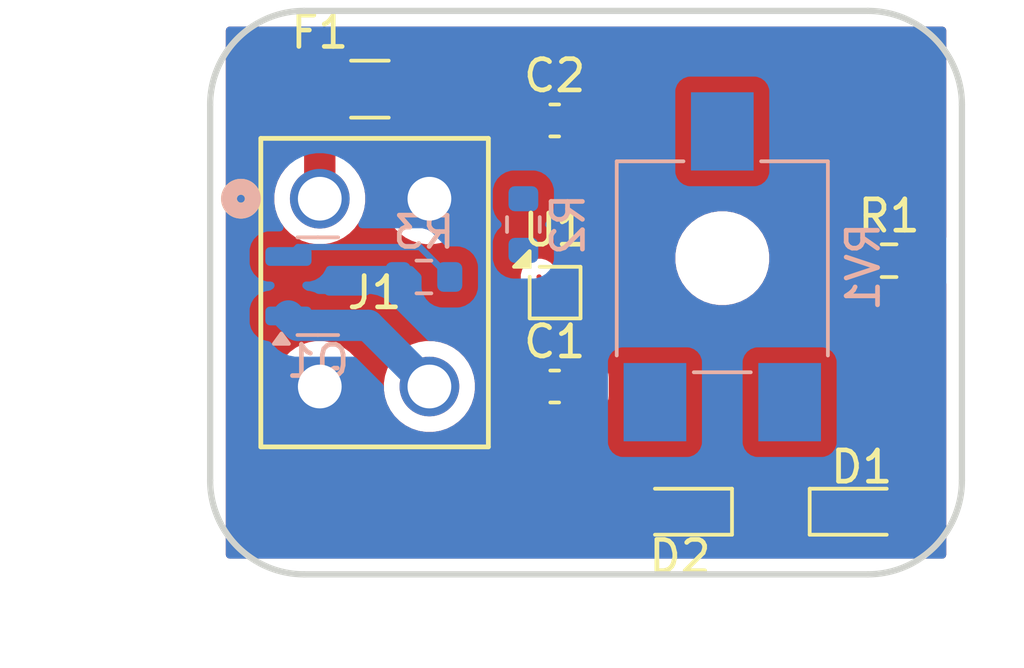
<source format=kicad_pcb>
(kicad_pcb (version 20241229) (generator "pcbnew") (generator_version "9.0")
  (layers (0 "F.Cu" signal) (2 "B.Cu" signal) (13 "F.Paste" user) (15 "B.Paste" user) (5 "F.SilkS" user "F.Silkscreen") (7 "B.SilkS" user "B.Silkscreen") (1 "F.Mask" user) (3 "B.Mask" user) (25 "Edge.Cuts" user))
  (net 0 "")
  (net 1 "GNDPWR")
  (net 2 "/HL_OUT")
  (net 3 "+12V")
  (net 4 "Net-(U1-Q)")
  (net 5 "Net-(U1-THR)")
  (net 6 "/DIS")
  (net 7 "Net-(U1-CV)")
  (net 8 "Net-(Q1-G)")
  (net 9 "Net-(D1-K)")
  (net 10 "Net-(D2-A)")
  (net 11 "VDC")
  (net 12 "VBC")
  (footprint "Resistor_SMD:R_0603_1608Metric" (layer "F.Cu") (at 164.675 89.98)
    (property "Reference" "R1" (at 0 -1.43 0) (layer "F.SilkS"))
    (property "Value" "1K")
    (fp_line (start -0.237258 -0.5225) (end 0.237258 -0.5225) (stroke (width 0.12)) (layer "F.SilkS"))
    (fp_line (start -0.237258 0.5225) (end 0.237258 0.5225) (stroke (width 0.12)) (layer "F.SilkS"))
    (pad "1" smd roundrect (at -0.825 0) (size 0.8 0.95) (layers "F.Cu" "F.Mask" "F.Paste") (net 6 "/DIS"))
    (pad "2" smd roundrect (at 0.825 0) (size 0.8 0.95) (layers "F.Cu" "F.Mask" "F.Paste") (net 12 "VBC"))
  )
  (footprint "CustomFootprints:CONN04_0757571121_MOL" (layer "F.Cu") (at 146.499998 87.999997)
    (property "Reference" "J1" (at 1.75 3.000002 0) (layer "F.SilkS"))
    (property "Value" "Conn_02x02_Counter_Clockwise")
    (fp_line (start -1.8822 -1.926999) (end -1.8822 7.928201) (stroke (width 0.1524)) (layer "F.SilkS"))
    (fp_line (start -1.8822 7.928201) (end 5.3822 7.928201) (stroke (width 0.1524)) (layer "F.SilkS"))
    (fp_line (start 5.3822 -1.926999) (end -1.8822 -1.926999) (stroke (width 0.1524)) (layer "F.SilkS"))
    (fp_line (start 5.3822 7.928201) (end 5.3822 -1.926999) (stroke (width 0.1524)) (layer "F.SilkS"))
    (fp_circle (center -2.5172 0) (end -2.1362 0) (stroke (width 0.508)) (fill no) (layer "F.SilkS"))
    (fp_circle (center -2.5172 0) (end -2.1362 0) (stroke (width 0.508)) (fill no) (layer "B.SilkS"))
    (pad "1" thru_hole circle (at 0 0) (size 1.905 1.905) (drill 1.397) (layers "*.Cu" "*.Mask") (net 3 "+12V"))
    (pad "2" thru_hole circle (at 0 6.000003) (size 1.905 1.905) (drill 1.397) (layers "*.Cu" "*.Mask") (net 1 "GNDPWR"))
    (pad "3" thru_hole circle (at 3.500002 0) (size 1.905 1.905) (drill 1.397) (layers "*.Cu" "*.Mask") (net 1 "GNDPWR"))
    (pad "4" thru_hole circle (at 3.500002 6.000003) (size 1.905 1.905) (drill 1.397) (layers "*.Cu" "*.Mask") (net 2 "/HL_OUT"))
  )
  (footprint "Capacitor_SMD:C_0603_1608Metric" (layer "F.Cu") (at 154 94)
    (property "Reference" "C1" (at 0 -1.43 0) (layer "F.SilkS"))
    (property "Value" "0.01µF")
    (fp_line (start -0.14058 -0.51) (end 0.14058 -0.51) (stroke (width 0.12)) (layer "F.SilkS"))
    (fp_line (start -0.14058 0.51) (end 0.14058 0.51) (stroke (width 0.12)) (layer "F.SilkS"))
    (pad "1" smd roundrect (at -0.775 0) (size 0.9 0.95) (layers "F.Cu" "F.Mask" "F.Paste") (net 7 "Net-(U1-CV)"))
    (pad "2" smd roundrect (at 0.775 0) (size 0.9 0.95) (layers "F.Cu" "F.Mask" "F.Paste") (net 1 "GNDPWR"))
  )
  (footprint "Diode_SMD:D_0603_1608Metric_Pad1.05x0.95mm_HandSolder" (layer "F.Cu") (at 158 98 180)
    (property "Reference" "D2" (at 0 -1.43 0) (layer "F.SilkS"))
    (property "Value" "D")
    (fp_line (start 0.8 -0.735) (end -1.66 -0.735) (stroke (width 0.12)) (layer "F.SilkS"))
    (fp_line (start -1.66 0.735) (end 0.8 0.735) (stroke (width 0.12)) (layer "F.SilkS"))
    (fp_line (start -1.66 -0.735) (end -1.66 0.735) (stroke (width 0.12)) (layer "F.SilkS"))
    (pad "1" smd roundrect (at -0.875 0 180) (size 1.05 0.95) (layers "F.Cu" "F.Mask" "F.Paste") (net 6 "/DIS"))
    (pad "2" smd roundrect (at 0.875 0 180) (size 1.05 0.95) (layers "F.Cu" "F.Mask" "F.Paste") (net 10 "Net-(D2-A)"))
  )
  (footprint "Package_BGA:Texas_DSBGA-8_1.43x1.41mm_Layout3x3_P0.5mm" (layer "F.Cu") (at 154 91)
    (property "Reference" "U1" (at 0 -2 0) (layer "F.SilkS"))
    (property "Value" "LMC555xTP")
    (fp_line (start -0.8 -0.505) (end -0.8 0.8) (stroke (width 0.12)) (layer "F.SilkS"))
    (fp_line (start -0.48 -0.825) (end 0.815 -0.825) (stroke (width 0.12)) (layer "F.SilkS"))
    (fp_line (start 0.815 0.825) (end -0.8 0.825) (stroke (width 0.12)) (layer "F.SilkS"))
    (fp_line (start 0.825 -0.825) (end 0.825 0.825) (stroke (width 0.12)) (layer "F.SilkS"))
    (fp_poly (pts (xy -0.8 -0.825) (xy -1.3 -0.825) (xy -0.8 -1.325) (xy -0.8 -0.825)) (stroke (width 0.12)) (fill yes) (layer "F.SilkS"))
    (pad "A1" smd circle (at -0.5 -0.5) (size 0.165 0.165) (property pad_prop_bga) (layers "F.Cu" "F.Mask") (net 6 "/DIS"))
    (pad "A2" smd circle (at 0 -0.5) (size 0.165 0.165) (property pad_prop_bga) (layers "F.Cu" "F.Mask") (net 11 "VDC"))
    (pad "A3" smd circle (at 0.5 -0.5) (size 0.165 0.165) (property pad_prop_bga) (layers "F.Cu" "F.Mask") (net 1 "GNDPWR"))
    (pad "B1" smd circle (at -0.5 0) (size 0.165 0.165) (property pad_prop_bga) (layers "F.Cu" "F.Mask") (net 5 "Net-(U1-THR)"))
    (pad "B3" smd circle (at 0.5 0) (size 0.165 0.165) (property pad_prop_bga) (layers "F.Cu" "F.Mask" "F.Paste") (net 5 "Net-(U1-THR)"))
    (pad "C1" smd circle (at -0.5 0.5) (size 0.165 0.165) (property pad_prop_bga) (layers "F.Cu" "F.Mask") (net 7 "Net-(U1-CV)"))
    (pad "C2" smd circle (at 0 0.5) (size 0.165 0.165) (property pad_prop_bga) (layers "F.Cu" "F.Mask") (net 11 "VDC"))
    (pad "C3" smd circle (at 0.5 0.5) (size 0.165 0.165) (property pad_prop_bga) (layers "F.Cu" "F.Mask") (net 4 "Net-(U1-Q)"))
  )
  (footprint "Capacitor_SMD:C_0603_1608Metric" (layer "F.Cu") (at 154 85.5)
    (property "Reference" "C2" (at 0 -1.43 0) (layer "F.SilkS"))
    (property "Value" "0.01µF")
    (fp_line (start -0.14058 -0.51) (end 0.14058 -0.51) (stroke (width 0.12)) (layer "F.SilkS"))
    (fp_line (start -0.14058 0.51) (end 0.14058 0.51) (stroke (width 0.12)) (layer "F.SilkS"))
    (pad "1" smd roundrect (at -0.775 0) (size 0.9 0.95) (layers "F.Cu" "F.Mask" "F.Paste") (net 5 "Net-(U1-THR)"))
    (pad "2" smd roundrect (at 0.775 0) (size 0.9 0.95) (layers "F.Cu" "F.Mask" "F.Paste") (net 1 "GNDPWR"))
  )
  (footprint "Diode_SMD:D_0603_1608Metric_Pad1.05x0.95mm_HandSolder" (layer "F.Cu") (at 163.8 98)
    (property "Reference" "D1" (at 0 -1.43 0) (layer "F.SilkS"))
    (property "Value" "D")
    (fp_line (start -1.66 -0.735) (end -1.66 0.735) (stroke (width 0.12)) (layer "F.SilkS"))
    (fp_line (start -1.66 0.735) (end 0.8 0.735) (stroke (width 0.12)) (layer "F.SilkS"))
    (fp_line (start 0.8 -0.735) (end -1.66 -0.735) (stroke (width 0.12)) (layer "F.SilkS"))
    (pad "1" smd roundrect (at -0.875 0) (size 1.05 0.95) (layers "F.Cu" "F.Mask" "F.Paste") (net 9 "Net-(D1-K)"))
    (pad "2" smd roundrect (at 0.875 0) (size 1.05 0.95) (layers "F.Cu" "F.Mask" "F.Paste") (net 6 "/DIS"))
  )
  (footprint "Fuse:Fuse_1206_3216Metric" (layer "F.Cu") (at 148.1 84.5)
    (property "Reference" "F1" (at -1.6 -1.82 0) (layer "F.SilkS"))
    (property "Value" "2A")
    (fp_line (start -0.602064 -0.91) (end 0.602064 -0.91) (stroke (width 0.12)) (layer "F.SilkS"))
    (fp_line (start -0.602064 0.91) (end 0.602064 0.91) (stroke (width 0.12)) (layer "F.SilkS"))
    (pad "1" smd roundrect (at -1.4 0) (size 1.25 1.75) (layers "F.Cu" "F.Mask" "F.Paste") (roundrect_rratio 0.2) (net 3 "+12V"))
    (pad "2" smd roundrect (at 1.4 0) (size 1.25 1.75) (layers "F.Cu" "F.Mask" "F.Paste") (roundrect_rratio 0.2) (net 11 "VDC"))
  )
  (footprint "Potentiometer_SMD:Potentiometer_ACP_CA6-VSMD_Vertical_Hole" (layer "B.Cu") (at 159.35 90.175 90)
    (property "Reference" "RV1" (at 0 4.5 90) (layer "B.SilkS") (effects (justify mirror)))
    (property "Value" "10k")
    (fp_line (start -2.834 -3.37) (end 3.37 -3.37) (stroke (width 0.12)) (layer "B.SilkS"))
    (fp_line (start 3.37 -1.24) (end 3.37 -3.37) (stroke (width 0.12)) (layer "B.SilkS"))
    (fp_line (start -3.37 0.909) (end -3.37 -0.91) (stroke (width 0.12)) (layer "B.SilkS"))
    (fp_line (start 3.37 3.371) (end 3.37 1.24) (stroke (width 0.12)) (layer "B.SilkS"))
    (fp_line (start -2.834 3.371) (end 3.37 3.371) (stroke (width 0.12)) (layer "B.SilkS"))
    (pad "" np_thru_hole circle (at 0.275 0 90) (size 2.5 2.5) (drill 2.5) (layers "*.Cu" "*.Mask"))
    (pad "1" smd rect (at -4.325 -2.15 90) (size 2.5 2) (layers "B.Cu" "B.Mask" "B.Paste") (net 9 "Net-(D1-K)"))
    (pad "2" smd rect (at 4.325 0 90) (size 2.5 2) (layers "B.Cu" "B.Mask" "B.Paste") (net 5 "Net-(U1-THR)"))
    (pad "3" smd rect (at -4.325 2.15 90) (size 2.5 2) (layers "B.Cu" "B.Mask" "B.Paste") (net 10 "Net-(D2-A)"))
  )
  (footprint "Resistor_SMD:R_0603_1608Metric" (layer "B.Cu") (at 149.825 90.5 180)
    (property "Reference" "R3" (at 0 1.43 0) (layer "B.SilkS") (effects (justify mirror)))
    (property "Value" "10k")
    (fp_line (start -0.237258 0.5225) (end 0.237258 0.5225) (stroke (width 0.12)) (layer "B.SilkS"))
    (fp_line (start -0.237258 -0.5225) (end 0.237258 -0.5225) (stroke (width 0.12)) (layer "B.SilkS"))
    (pad "1" smd roundrect (at -0.825 0 180) (size 0.8 0.95) (layers "B.Cu" "B.Mask" "B.Paste") (net 8 "Net-(Q1-G)"))
    (pad "2" smd roundrect (at 0.825 0 180) (size 0.8 0.95) (layers "B.Cu" "B.Mask" "B.Paste") (net 1 "GNDPWR"))
  )
  (footprint "Package_TO_SOT_SMD:SOT-23" (layer "B.Cu") (at 146.4375 90.795697)
    (property "Reference" "Q1" (at 0 2.4 0) (layer "B.SilkS") (effects (justify mirror)))
    (property "Value" "NMOS")
    (fp_line (start 0 -1.56) (end -0.65 -1.56) (stroke (width 0.12)) (layer "B.SilkS"))
    (fp_line (start 0 -1.56) (end 0.65 -1.56) (stroke (width 0.12)) (layer "B.SilkS"))
    (fp_line (start 0 1.56) (end -0.65 1.56) (stroke (width 0.12)) (layer "B.SilkS"))
    (fp_line (start 0 1.56) (end 0.65 1.56) (stroke (width 0.12)) (layer "B.SilkS"))
    (fp_poly (pts (xy -1.1625 1.51) (xy -1.4025 1.84) (xy -0.9225 1.84) (xy -1.1625 1.51)) (stroke (width 0.12)) (fill yes) (layer "B.SilkS"))
    (pad "1" smd roundrect (at -0.9375 0.95) (size 1.475 0.6) (layers "B.Cu" "B.Mask" "B.Paste") (net 2 "/HL_OUT"))
    (pad "2" smd roundrect (at -0.9375 -0.95) (size 1.475 0.6) (layers "B.Cu" "B.Mask" "B.Paste") (net 8 "Net-(Q1-G)"))
    (pad "3" smd roundrect (at 0.9375 0) (size 1.475 0.6) (layers "B.Cu" "B.Mask" "B.Paste") (net 1 "GNDPWR"))
  )
  (footprint "Resistor_SMD:R_0603_1608Metric" (layer "B.Cu") (at 153 88.825 90)
    (property "Reference" "R2" (at 0 1.43 90) (layer "B.SilkS") (effects (justify mirror)))
    (property "Value" "100")
    (fp_line (start -0.237258 -0.5225) (end 0.237258 -0.5225) (stroke (width 0.12)) (layer "B.SilkS"))
    (fp_line (start -0.237258 0.5225) (end 0.237258 0.5225) (stroke (width 0.12)) (layer "B.SilkS"))
    (pad "1" smd roundrect (at -0.825 0 90) (size 0.8 0.95) (layers "B.Cu" "B.Mask" "B.Paste") (net 4 "Net-(U1-Q)"))
    (pad "2" smd roundrect (at 0.825 0 90) (size 0.8 0.95) (layers "B.Cu" "B.Mask" "B.Paste") (net 8 "Net-(Q1-G)"))
  )
  (gr_arc (start 164 82) (mid 166.12132 82.87868) (end 167 85) (stroke (width 0.2)) (layer "Edge.Cuts"))
  (gr_line (start 143 97) (end 143 85) (stroke (width 0.2)) (layer "Edge.Cuts"))
  (gr_line (start 167 85) (end 167 97) (stroke (width 0.2)) (layer "Edge.Cuts"))
  (gr_line (start 164 100) (end 146 100) (stroke (width 0.2)) (layer "Edge.Cuts"))
  (gr_line (start 146 82) (end 164 82) (stroke (width 0.2)) (layer "Edge.Cuts"))
  (gr_arc (start 146 100) (mid 143.87868 99.12132) (end 143 97) (stroke (width 0.2)) (layer "Edge.Cuts"))
  (gr_arc (start 167 97) (mid 166.12132 99.12132) (end 164 100) (stroke (width 0.2)) (layer "Edge.Cuts"))
  (gr_arc (start 143 85) (mid 143.87868 82.87868) (end 146 82) (stroke (width 0.2)) (layer "Edge.Cuts"))
  (segment (start 145.799999 92.045696) (end 148.045696 92.045696) (width 1) (layer "B.Cu") (net 2))
  (segment (start 148.045696 92.045696) (end 150 94) (width 1) (layer "B.Cu") (net 2))
  (segment (start 145.5 91.745697) (end 145.799999 92.045696) (width 1) (layer "B.Cu") (net 2))
  (segment (start 146.499998 84.700002) (end 146.7 84.5) (width 1) (layer "F.Cu") (net 3))
  (segment (start 146.499998 87.999997) (end 146.499998 84.700002) (width 1) (layer "F.Cu") (net 3))
  (segment (start 149.695697 89.545697) (end 150.65 90.5) (width 0.2) (layer "B.Cu") (net 8))
  (segment (start 145.8 89.545697) (end 149.695697 89.545697) (width 0.2) (layer "B.Cu") (net 8))
  (segment (start 145.5 89.845697) (end 145.8 89.545697) (width 0.2) (layer "B.Cu") (net 8))
  (zone (net 11) (net_name "VDC") (layer "F.Cu") (connect_pads yes (clearance 0.5)) (min_thickness 0.25) (fill yes (thermal_gap 0.5) (thermal_bridge_width 0.5))
    (polygon (pts (xy 140.5 82) (xy 140.5 103) (xy 169 103) (xy 169 82)))
  )
  (zone (net 1) (net_name "GNDPWR") (layer "B.Cu") (connect_pads yes (clearance 0.5)) (min_thickness 0.25) (fill yes (thermal_gap 0.5) (thermal_bridge_width 0.5))
    (polygon (pts (xy 140.5 82) (xy 140.5 103) (xy 169 103) (xy 169 82)))
  )
)
</source>
